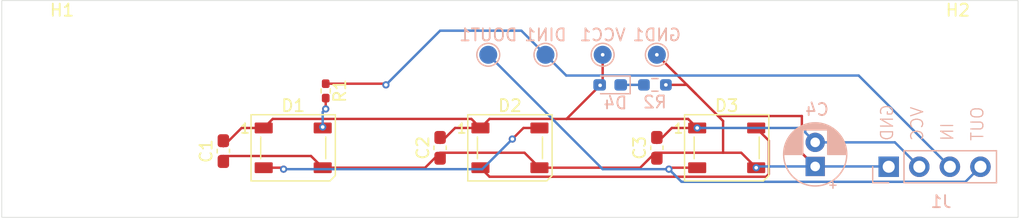
<source format=kicad_pcb>
(kicad_pcb (version 20241229) (generator "pcbnew") (generator_version "9.0")
  (layers (0 "F.Cu" signal) (2 "B.Cu" signal) (13 "F.Paste" user) (15 "B.Paste" user) (5 "F.SilkS" user "F.Silkscreen") (7 "B.SilkS" user "B.Silkscreen") (1 "F.Mask" user) (3 "B.Mask" user) (25 "Edge.Cuts" user))
  (net 0 "")
  (net 1 "VCC")
  (net 2 "GND")
  (net 3 "Net-(D1-DOUT)")
  (net 4 "Net-(D1-DIN)")
  (net 5 "Net-(D2-DOUT)")
  (net 6 "DOUT")
  (net 7 "DIN")
  (net 8 "Net-(D4-K)")
  (footprint "LED_SMD:LED_WS2812B_PLCC4_5.0x5.0mm_P3.2mm" (layer "F.Cu") (at 165.3 106.229)
    (property "Reference" "D3" (at 0 -3.5 0) (layer "F.SilkS"))
    (property "Value" "WS2812B")
    (fp_line (start -3.5 -2.75) (end -3.5 2.75) (stroke (width 0.12)) (layer "F.SilkS"))
    (fp_line (start -3.5 -2.75) (end 3.5 -2.75) (stroke (width 0.12)) (layer "F.SilkS"))
    (fp_line (start -3.5 2.75) (end 3.05 2.75) (stroke (width 0.12)) (layer "F.SilkS"))
    (fp_line (start -2.7 0.9) (end -2.7 -0.9) (stroke (width 0.12)) (layer "F.SilkS"))
    (fp_line (start 2.7 0.9) (end 2.7 -0.9) (stroke (width 0.12)) (layer "F.SilkS"))
    (fp_line (start 3.05 2.75) (end 3.5 2.3) (stroke (width 0.12)) (layer "F.SilkS"))
    (fp_line (start 3.5 2.3) (end 3.5 -2.75) (stroke (width 0.12)) (layer "F.SilkS"))
    (fp_text user "1" (at -4 -1.6 0) (layer "F.SilkS") (effects (font (size 0.8 0.8))))
    (pad "1" smd roundrect (at -2.45 -1.65) (size 1.5 0.9) (layers "F.Cu" "F.Mask" "F.Paste") (roundrect_rratio 0.1) (net 1 "VCC"))
    (pad "2" smd roundrect (at -2.45 1.65) (size 1.5 0.9) (layers "F.Cu" "F.Mask" "F.Paste") (roundrect_rratio 0.1) (net 6 "DOUT"))
    (pad "3" smd roundrect (at 2.45 1.65) (size 1.5 0.9) (layers "F.Cu" "F.Mask" "F.Paste") (roundrect_rratio 0.1) (net 2 "GND"))
    (pad "4" smd roundrect (at 2.45 -1.65) (size 1.5 0.9) (layers "F.Cu" "F.Mask" "F.Paste") (roundrect_rratio 0.1) (net 5 "Net-(D2-DOUT)"))
  )
  (footprint "Resistor_SMD:R_0402_1005Metric_Pad0.72x0.64mm_HandSolder" (layer "F.Cu") (at 132 101.5 -90)
    (property "Reference" "R1" (at 0 -1.17 90) (layer "F.SilkS"))
    (property "Value" "33")
    (fp_line (start -0.167621 0.38) (end 0.167621 0.38) (stroke (width 0.12)) (layer "F.SilkS"))
    (fp_line (start -0.167621 -0.38) (end 0.167621 -0.38) (stroke (width 0.12)) (layer "F.SilkS"))
    (pad "1" smd roundrect (at -0.5975 0 270) (size 0.715 0.64) (layers "F.Cu" "F.Mask" "F.Paste") (net 7 "DIN"))
    (pad "2" smd roundrect (at 0.5975 0 270) (size 0.715 0.64) (layers "F.Cu" "F.Mask" "F.Paste") (net 4 "Net-(D1-DIN)"))
  )
  (footprint "LED_SMD:LED_WS2812B_PLCC4_5.0x5.0mm_P3.2mm" (layer "F.Cu") (at 129.3 106.229)
    (property "Reference" "D1" (at 0 -3.5 0) (layer "F.SilkS"))
    (property "Value" "WS2812B")
    (fp_line (start -3.5 -2.75) (end -3.5 2.75) (stroke (width 0.12)) (layer "F.SilkS"))
    (fp_line (start -3.5 -2.75) (end 3.5 -2.75) (stroke (width 0.12)) (layer "F.SilkS"))
    (fp_line (start -3.5 2.75) (end 3.05 2.75) (stroke (width 0.12)) (layer "F.SilkS"))
    (fp_line (start -2.7 0.9) (end -2.7 -0.9) (stroke (width 0.12)) (layer "F.SilkS"))
    (fp_line (start 2.7 0.9) (end 2.7 -0.9) (stroke (width 0.12)) (layer "F.SilkS"))
    (fp_line (start 3.05 2.75) (end 3.5 2.3) (stroke (width 0.12)) (layer "F.SilkS"))
    (fp_line (start 3.5 2.3) (end 3.5 -2.75) (stroke (width 0.12)) (layer "F.SilkS"))
    (fp_text user "1" (at -4 -1.6 0) (layer "F.SilkS") (effects (font (size 0.8 0.8))))
    (pad "1" smd roundrect (at -2.45 -1.65) (size 1.5 0.9) (layers "F.Cu" "F.Mask" "F.Paste") (roundrect_rratio 0.1) (net 1 "VCC"))
    (pad "2" smd roundrect (at -2.45 1.65) (size 1.5 0.9) (layers "F.Cu" "F.Mask" "F.Paste") (roundrect_rratio 0.1) (net 3 "Net-(D1-DOUT)"))
    (pad "3" smd roundrect (at 2.45 1.65) (size 1.5 0.9) (layers "F.Cu" "F.Mask" "F.Paste") (roundrect_rratio 0.1) (net 2 "GND"))
    (pad "4" smd roundrect (at 2.45 -1.65) (size 1.5 0.9) (layers "F.Cu" "F.Mask" "F.Paste") (roundrect_rratio 0.1) (net 4 "Net-(D1-DIN)"))
  )
  (footprint "LED_SMD:LED_WS2812B_PLCC4_5.0x5.0mm_P3.2mm" (layer "F.Cu") (at 147.3 106.229)
    (property "Reference" "D2" (at 0 -3.5 0) (layer "F.SilkS"))
    (property "Value" "WS2812B")
    (fp_line (start -3.5 -2.75) (end -3.5 2.75) (stroke (width 0.12)) (layer "F.SilkS"))
    (fp_line (start -3.5 -2.75) (end 3.5 -2.75) (stroke (width 0.12)) (layer "F.SilkS"))
    (fp_line (start -3.5 2.75) (end 3.05 2.75) (stroke (width 0.12)) (layer "F.SilkS"))
    (fp_line (start -2.7 0.9) (end -2.7 -0.9) (stroke (width 0.12)) (layer "F.SilkS"))
    (fp_line (start 2.7 0.9) (end 2.7 -0.9) (stroke (width 0.12)) (layer "F.SilkS"))
    (fp_line (start 3.05 2.75) (end 3.5 2.3) (stroke (width 0.12)) (layer "F.SilkS"))
    (fp_line (start 3.5 2.3) (end 3.5 -2.75) (stroke (width 0.12)) (layer "F.SilkS"))
    (fp_text user "1" (at -4 -1.6 0) (layer "F.SilkS") (effects (font (size 0.8 0.8))))
    (pad "1" smd roundrect (at -2.45 -1.65) (size 1.5 0.9) (layers "F.Cu" "F.Mask" "F.Paste") (roundrect_rratio 0.1) (net 1 "VCC"))
    (pad "2" smd roundrect (at -2.45 1.65) (size 1.5 0.9) (layers "F.Cu" "F.Mask" "F.Paste") (roundrect_rratio 0.1) (net 5 "Net-(D2-DOUT)"))
    (pad "3" smd roundrect (at 2.45 1.65) (size 1.5 0.9) (layers "F.Cu" "F.Mask" "F.Paste") (roundrect_rratio 0.1) (net 2 "GND"))
    (pad "4" smd roundrect (at 2.45 -1.65) (size 1.5 0.9) (layers "F.Cu" "F.Mask" "F.Paste") (roundrect_rratio 0.1) (net 3 "Net-(D1-DOUT)"))
  )
  (footprint "MountingHole:MountingHole_3.2mm_M3" (layer "F.Cu") (at 184.5 99)
    (property "Reference" "H2" (at 0 -4.2 0) (layer "F.SilkS"))
    (property "Value" "MountingHole")
    (pad "" np_thru_hole circle (at 0 0) (size 3.2 3.2) (drill 3.2) (layers "*.Cu" "*.Mask"))
  )
  (footprint "MountingHole:MountingHole_3.2mm_M3" (layer "F.Cu") (at 110.1 99)
    (property "Reference" "H1" (at 0 -4.2 0) (layer "F.SilkS"))
    (property "Value" "MountingHole")
    (pad "" np_thru_hole circle (at 0 0) (size 3.2 3.2) (drill 3.2) (layers "*.Cu" "*.Mask"))
  )
  (footprint "Capacitor_SMD:C_0603_1608Metric_Pad1.08x0.95mm_HandSolder" (layer "F.Cu") (at 141.5 106.229 90)
    (property "Reference" "C2" (at 0 -1.43 90) (layer "F.SilkS"))
    (property "Value" "0.1u")
    (fp_line (start -0.146267 -0.51) (end 0.146267 -0.51) (stroke (width 0.12)) (layer "F.SilkS"))
    (fp_line (start -0.146267 0.51) (end 0.146267 0.51) (stroke (width 0.12)) (layer "F.SilkS"))
    (pad "1" smd roundrect (at -0.8625 0 90) (size 1.075 0.95) (layers "F.Cu" "F.Mask" "F.Paste") (net 2 "GND"))
    (pad "2" smd roundrect (at 0.8625 0 90) (size 1.075 0.95) (layers "F.Cu" "F.Mask" "F.Paste") (net 1 "VCC"))
  )
  (footprint "Capacitor_SMD:C_0603_1608Metric_Pad1.08x0.95mm_HandSolder" (layer "F.Cu") (at 159.5 106.229 90)
    (property "Reference" "C3" (at 0 -1.43 90) (layer "F.SilkS"))
    (property "Value" "0.1u")
    (fp_line (start -0.146267 -0.51) (end 0.146267 -0.51) (stroke (width 0.12)) (layer "F.SilkS"))
    (fp_line (start -0.146267 0.51) (end 0.146267 0.51) (stroke (width 0.12)) (layer "F.SilkS"))
    (pad "1" smd roundrect (at -0.8625 0 90) (size 1.075 0.95) (layers "F.Cu" "F.Mask" "F.Paste") (net 2 "GND"))
    (pad "2" smd roundrect (at 0.8625 0 90) (size 1.075 0.95) (layers "F.Cu" "F.Mask" "F.Paste") (net 1 "VCC"))
  )
  (footprint "Capacitor_SMD:C_0603_1608Metric_Pad1.08x0.95mm_HandSolder" (layer "F.Cu") (at 123.5 106.5 90)
    (property "Reference" "C1" (at 0 -1.43 90) (layer "F.SilkS"))
    (property "Value" "0.1u")
    (fp_line (start -0.146267 -0.51) (end 0.146267 -0.51) (stroke (width 0.12)) (layer "F.SilkS"))
    (fp_line (start -0.146267 0.51) (end 0.146267 0.51) (stroke (width 0.12)) (layer "F.SilkS"))
    (pad "1" smd roundrect (at -0.8625 0 90) (size 1.075 0.95) (layers "F.Cu" "F.Mask" "F.Paste") (net 2 "GND"))
    (pad "2" smd roundrect (at 0.8625 0 90) (size 1.075 0.95) (layers "F.Cu" "F.Mask" "F.Paste") (net 1 "VCC"))
  )
  (footprint "TestPoint:TestPoint_Pad_D1.5mm" (layer "B.Cu") (at 150.25 98.5 180)
    (property "Reference" "DIN1" (at 0 1.648 0) (layer "B.SilkS") (effects (justify mirror)))
    (property "Value" "TestPoint")
    (fp_circle (center 0 0) (end 0 -0.95) (stroke (width 0.12)) (fill no) (layer "B.SilkS"))
    (pad "1" smd circle (at 0 0 180) (size 1.5 1.5) (layers "B.Cu" "B.Mask") (net 7 "DIN"))
  )
  (footprint "TestPoint:TestPoint_Pad_D1.5mm" (layer "B.Cu") (at 159.5 98.5 180)
    (property "Reference" "GND1" (at 0 1.648 0) (layer "B.SilkS") (effects (justify mirror)))
    (property "Value" "TestPoint")
    (fp_circle (center 0 0) (end 0 -0.95) (stroke (width 0.12)) (fill no) (layer "B.SilkS"))
    (pad "1" smd circle (at 0 0 180) (size 1.5 1.5) (layers "B.Cu" "B.Mask") (net 2 "GND"))
  )
  (footprint "LED_SMD:LED_0603_1608Metric_Pad1.05x0.95mm_HandSolder" (layer "B.Cu") (at 155.625 101 180)
    (property "Reference" "D4" (at -0.43 -1.5 0) (layer "B.SilkS") (effects (justify mirror)))
    (property "Value" "LED")
    (fp_line (start 0.8 0.735) (end -1.66 0.735) (stroke (width 0.12)) (layer "B.SilkS"))
    (fp_line (start -1.66 0.735) (end -1.66 -0.735) (stroke (width 0.12)) (layer "B.SilkS"))
    (fp_line (start -1.66 -0.735) (end 0.8 -0.735) (stroke (width 0.12)) (layer "B.SilkS"))
    (pad "1" smd roundrect (at -0.875 0 180) (size 1.05 0.95) (layers "B.Cu" "B.Mask" "B.Paste") (net 8 "Net-(D4-K)"))
    (pad "2" smd roundrect (at 0.875 0 180) (size 1.05 0.95) (layers "B.Cu" "B.Mask" "B.Paste") (net 1 "VCC"))
  )
  (footprint "TestPoint:TestPoint_Pad_D1.5mm" (layer "B.Cu") (at 145.5 98.5 180)
    (property "Reference" "DOUT1" (at 0 1.648 0) (layer "B.SilkS") (effects (justify mirror)))
    (property "Value" "TestPoint")
    (fp_circle (center 0 0) (end 0 -0.95) (stroke (width 0.12)) (fill no) (layer "B.SilkS"))
    (pad "1" smd circle (at 0 0 180) (size 1.5 1.5) (layers "B.Cu" "B.Mask") (net 6 "DOUT"))
  )
  (footprint "Capacitor_THT:CP_Radial_D5.0mm_P2.00mm" (layer "B.Cu") (at 172.65 107.775 90)
    (property "Reference" "C4" (at 4.725 0.15 180) (layer "B.SilkS") (effects (justify mirror)))
    (property "Value" "47u")
    (fp_line (start 3.001 -1.04) (end 3.001 -1.653) (stroke (width 0.12)) (layer "B.SilkS"))
    (fp_line (start 2.961 -1.04) (end 2.961 -1.699) (stroke (width 0.12)) (layer "B.SilkS"))
    (fp_line (start 2.921 -1.04) (end 2.921 -1.743) (stroke (width 0.12)) (layer "B.SilkS"))
    (fp_line (start 2.881 -1.04) (end 2.881 -1.785) (stroke (width 0.12)) (layer "B.SilkS"))
    (fp_line (start 2.841 -1.04) (end 2.841 -1.826) (stroke (width 0.12)) (layer "B.SilkS"))
    (fp_line (start 2.801 -1.04) (end 2.801 -1.864) (stroke (width 0.12)) (layer "B.SilkS"))
    (fp_line (start 2.761 -1.04) (end 2.761 -1.901) (stroke (width 0.12)) (layer "B.SilkS"))
    (fp_line (start 2.721 -1.04) (end 2.721 -1.937) (stroke (width 0.12)) (layer "B.SilkS"))
    (fp_line (start 2.681 -1.04) (end 2.681 -1.971) (stroke (width 0.12)) (layer "B.SilkS"))
    (fp_line (start 2.641 -1.04) (end 2.641 -2.004) (stroke (width 0.12)) (layer "B.SilkS"))
    (fp_line (start 2.601 -1.04) (end 2.601 -2.035) (stroke (width 0.12)) (layer "B.SilkS"))
    (fp_line (start 2.561 -1.04) (end 2.561 -2.065) (stroke (width 0.12)) (layer "B.SilkS"))
    (fp_line (start 2.521 -1.04) (end 2.521 -2.095) (stroke (width 0.12)) (layer "B.SilkS"))
    (fp_line (start 2.481 -1.04) (end 2.481 -2.122) (stroke (width 0.12)) (layer "B.SilkS"))
    (fp_line (start 2.441 -1.04) (end 2.441 -2.149) (stroke (width 0.12)) (layer "B.SilkS"))
    (fp_line (start 2.401 -1.04) (end 2.401 -2.175) (stroke (width 0.12)) (layer "B.SilkS"))
    (fp_line (start 2.361 -1.04) (end 2.361 -2.2) (stroke (width 0.12)) (layer "B.SilkS"))
    (fp_line (start 2.321 -1.04) (end 2.321 -2.224) (stroke (width 0.12)) (layer "B.SilkS"))
    (fp_line (start 2.281 -1.04) (end 2.281 -2.247) (stroke (width 0.12)) (layer "B.SilkS"))
    (fp_line (start 2.241 -1.04) (end 2.241 -2.268) (stroke (width 0.12)) (layer "B.SilkS"))
    (fp_line (start 2.201 -1.04) (end 2.201 -2.29) (stroke (width 0.12)) (layer "B.SilkS"))
    (fp_line (start 2.161 -1.04) (end 2.161 -2.31) (stroke (width 0.12)) (layer "B.SilkS"))
    (fp_line (start 2.121 -1.04) (end 2.121 -2.329) (stroke (width 0.12)) (layer "B.SilkS"))
    (fp_line (start 2.081 -1.04) (end 2.081 -2.348) (stroke (width 0.12)) (layer "B.SilkS"))
    (fp_line (start 2.041 -1.04) (end 2.041 -2.365) (stroke (width 0.12)) (layer "B.SilkS"))
    (fp_line (start 2.001 -1.04) (end 2.001 -2.382) (stroke (width 0.12)) (layer "B.SilkS"))
    (fp_line (start 1.961 -1.04) (end 1.961 -2.398) (stroke (width 0.12)) (layer "B.SilkS"))
    (fp_line (start 1.921 -1.04) (end 1.921 -2.414) (stroke (width 0.12)) (layer "B.SilkS"))
    (fp_line (start 1.881 -1.04) (end 1.881 -2.428) (stroke (width 0.12)) (layer "B.SilkS"))
    (fp_line (start 1.841 -1.04) (end 1.841 -2.442) (stroke (width 0.12)) (layer "B.SilkS"))
    (fp_line (start 1.801 -1.04) (end 1.801 -2.455) (stroke (width 0.12)) (layer "B.SilkS"))
    (fp_line (start 1.761 -1.04) (end 1.761 -2.468) (stroke (width 0.12)) (layer "B.SilkS"))
    (fp_line (start 1.721 -1.04) (end 1.721 -2.48) (stroke (width 0.12)) (layer "B.SilkS"))
    (fp_line (start 1.68 -1.04) (end 1.68 -2.491) (stroke (width 0.12)) (layer "B.SilkS"))
    (fp_line (start 1.64 -1.04) (end 1.64 -2.501) (stroke (width 0.12)) (layer "B.SilkS"))
    (fp_line (start 1.6 -1.04) (end 1.6 -2.511) (stroke (width 0.12)) (layer "B.SilkS"))
    (fp_line (start 1.56 -1.04) (end 1.56 -2.52) (stroke (width 0.12)) (layer "B.SilkS"))
    (fp_line (start 1.52 -1.04) (end 1.52 -2.528) (stroke (width 0.12)) (layer "B.SilkS"))
    (fp_line (start 1.48 -1.04) (end 1.48 -2.536) (stroke (width 0.12)) (layer "B.SilkS"))
    (fp_line (start 1.44 -1.04) (end 1.44 -2.543) (stroke (width 0.12)) (layer "B.SilkS"))
    (fp_line (start 1.4 -1.04) (end 1.4 -2.55) (stroke (width 0.12)) (layer "B.SilkS"))
    (fp_line (start 1.36 -1.04) (end 1.36 -2.556) (stroke (width 0.12)) (layer "B.SilkS"))
    (fp_line (start 1.32 -1.04) (end 1.32 -2.561) (stroke (width 0.12)) (layer "B.SilkS"))
    (fp_line (start 1.28 -1.04) (end 1.28 -2.565) (stroke (width 0.12)) (layer "B.SilkS"))
    (fp_line (start 1.24 -1.04) (end 1.24 -2.569) (stroke (width 0.12)) (layer "B.SilkS"))
    (fp_line (start 1.2 -1.04) (end 1.2 -2.573) (stroke (width 0.12)) (layer "B.SilkS"))
    (fp_line (start 1.16 -1.04) (end 1.16 -2.576) (stroke (width 0.12)) (layer "B.SilkS"))
    (fp_line (start 1.12 -1.04) (end 1.12 -2.578) (stroke (width 0.12)) (layer "B.SilkS"))
    (fp_line (start 1.08 -1.04) (end 1.08 -2.579) (stroke (width 0.12)) (layer "B.SilkS"))
    (fp_line (start 1.04 -1.04) (end 1.04 -2.58) (stroke (width 0.12)) (layer "B.SilkS"))
    (fp_line (start 1 -1.04) (end 1 -2.58) (stroke (width 0.12)) (layer "B.SilkS"))
    (fp_line (start 3.601 0.284) (end 3.601 -0.284) (stroke (width 0.12)) (layer "B.SilkS"))
    (fp_line (start 3.561 0.518) (end 3.561 -0.518) (stroke (width 0.12)) (layer "B.SilkS"))
    (fp_line (start 3.521 0.677) (end 3.521 -0.677) (stroke (width 0.12)) (layer "B.SilkS"))
    (fp_line (start 3.481 0.805) (end 3.481 -0.805) (stroke (width 0.12)) (layer "B.SilkS"))
    (fp_line (start 3.441 0.915) (end 3.441 -0.915) (stroke (width 0.12)) (layer "B.SilkS"))
    (fp_line (start 3.401 1.011) (end 3.401 -1.011) (stroke (width 0.12)) (layer "B.SilkS"))
    (fp_line (start 3.361 1.098) (end 3.361 -1.098) (stroke (width 0.12)) (layer "B.SilkS"))
    (fp_line (start 3.321 1.178) (end 3.321 -1.178) (stroke (width 0.12)) (layer "B.SilkS"))
    (fp_line (start 3.281 1.251) (end 3.281 -1.251) (stroke (width 0.12)) (layer "B.SilkS"))
    (fp_line (start 3.241 1.319) (end 3.241 -1.319) (stroke (width 0.12)) (layer "B.SilkS"))
    (fp_line (start 3.201 1.383) (end 3.201 -1.383) (stroke (width 0.12)) (layer "B.SilkS"))
    (fp_line (start 3.161 1.443) (end 3.161 -1.443) (stroke (width 0.12)) (layer "B.SilkS"))
    (fp_line (start -1.804775 1.475) (end -1.304775 1.475) (stroke (width 0.12)) (layer "B.SilkS"))
    (fp_line (start 3.121 1.5) (end 3.121 -1.5) (stroke (width 0.12)) (layer "B.SilkS"))
    (fp_line (start 3.081 1.554) (end 3.081 -1.554) (stroke (width 0.12)) (layer "B.SilkS"))
    (fp_line (start 3.041 1.605) (end 3.041 -1.605) (stroke (width 0.12)) (layer "B.SilkS"))
    (fp_line (start 3.001 1.653) (end 3.001 1.04) (stroke (width 0.12)) (layer "B.SilkS"))
    (fp_line (start 2.961 1.699) (end 2.961 1.04) (stroke (width 0.12)) (layer "B.SilkS"))
    (fp_line (start -1.554775 1.725) (end -1.554775 1.225) (stroke (width 0.12)) (layer "B.SilkS"))
    (fp_line (start 2.921 1.743) (end 2.921 1.04) (stroke (width 0.12)) (layer "B.SilkS"))
    (fp_line (start 2.881 1.785) (end 2.881 1.04) (stroke (width 0.12)) (layer "B.SilkS"))
    (fp_line (start 2.841 1.826) (end 2.841 1.04) (stroke (width 0.12)) (layer "B.SilkS"))
    (fp_line (start 2.801 1.864) (end 2.801 1.04) (stroke (width 0.12)) (layer "B.SilkS"))
    (fp_line (start 2.761 1.901) (end 2.761 1.04) (stroke (width 0.12)) (layer "B.SilkS"))
    (fp_line (start 2.721 1.937) (end 2.721 1.04) (stroke (width 0.12)) (layer "B.SilkS"))
    (fp_line (start 2.681 1.971) (end 2.681 1.04) (stroke (width 0.12)) (layer "B.SilkS"))
    (fp_line (start 2.641 2.004) (end 2.641 1.04) (stroke (width 0.12)) (layer "B.SilkS"))
    (fp_line (start 2.601 2.035) (end 2.601 1.04) (stroke (width 0.12)) (layer "B.SilkS"))
    (fp_line (start 2.561 2.065) (end 2.561 1.04) (stroke (width 0.12)) (layer "B.SilkS"))
    (fp_line (start 2.521 2.095) (end 2.521 1.04) (stroke (width 0.12)) (layer "B.SilkS"))
    (fp_line (start 2.481 2.122) (end 2.481 1.04) (stroke (width 0.12)) (layer "B.SilkS"))
    (fp_line (start 2.441 2.149) (end 2.441 1.04) (stroke (width 0.12)) (layer "B.SilkS"))
    (fp_line (start 2.401 2.175) (end 2.401 1.04) (stroke (width 0.12)) (layer "B.SilkS"))
    (fp_line (start 2.361 2.2) (end 2.361 1.04) (stroke (width 0.12)) (layer "B.SilkS"))
    (fp_line (start 2.321 2.224) (end 2.321 1.04) (stroke (width 0.12)) (layer "B.SilkS"))
    (fp_line (start 2.281 2.247) (end 2.281 1.04) (stroke (width 0.12)) (layer "B.SilkS"))
    (fp_line (start 2.241 2.268) (end 2.241 1.04) (stroke (width 0.12)) (layer "B.SilkS"))
    (fp_line (start 2.201 2.29) (end 2.201 1.04) (stroke (width 0.12)) (layer "B.SilkS"))
    (fp_line (start 2.161 2.31) (end 2.161 1.04) (stroke (width 0.12)) (layer "B.SilkS"))
    (fp_line (start 2.121 2.329) (end 2.121 1.04) (stroke (width 0.12)) (layer "B.SilkS"))
    (fp_line (start 2.081 2.348) (end 2.081 1.04) (stroke (width 0.12)) (layer "B.SilkS"))
    (fp_line (start 2.041 2.365) (end 2.041 1.04) (stroke (width 0.12)) (layer "B.SilkS"))
    (fp_line (start 2.001 2.382) (end 2.001 1.04) (stroke (width 0.12)) (layer "B.SilkS"))
    (fp_line (start 1.961 2.398) (end 1.961 1.04) (stroke (width 0.12)) (layer "B.SilkS"))
    (fp_line (start 1.921 2.414) (end 1.921 1.04) (stroke (width 0.12)) (layer "B.SilkS"))
    (fp_line (start 1.881 2.428) (end 1.881 1.04) (stroke (width 0.12)) (layer "B.SilkS"))
    (fp_line (start 1.841 2.442) (end 1.841 1.04) (stroke (width 0.12)) (layer "B.SilkS"))
    (fp_line (start 1.801 2.455) (end 1.801 1.04) (stroke (width 0.12)) (layer "B.SilkS"))
    (fp_line (start 1.761 2.468) (end 1.761 1.04) (stroke (width 0.12)) (layer "B.SilkS"))
    (fp_line (start 1.721 2.48) (end 1.721 1.04) (stroke (width 0.12)) (layer "B.SilkS"))
    (fp_line (start 1.68 2.491) (end 1.68 1.04) (stroke (width 0.12)) (layer "B.SilkS"))
    (fp_line (start 1.64 2.501) (end 1.64 1.04) (stroke (width 0.12)) (layer "B.SilkS"))
    (fp_line (start 1.6 2.511) (end 1.6 1.04) (stroke (width 0.12)) (layer "B.SilkS"))
    (fp_line (start 1.56 2.52) (end 1.56 1.04) (stroke (width 0.12)) (layer "B.SilkS"))
    (fp_line (start 1.52 2.528) (end 1.52 1.04) (stroke (width 0.12)) (layer "B.SilkS"))
    (fp_line (start 1.48 2.536) (end 1.48 1.04) (stroke (width 0.12)) (layer "B.SilkS"))
    (fp_line (start 1.44 2.543) (end 1.44 1.04) (stroke (width 0.12)) (layer "B.SilkS"))
    (fp_line (start 1.4 2.55) (end 1.4 1.04) (stroke (width 0.12)) (layer "B.SilkS"))
    (fp_line (start 1.36 2.556) (end 1.36 1.04) (stroke (width 0.12)) (layer "B.SilkS"))
    (fp_line (start 1.32 2.561) (end 1.32 1.04) (stroke (width 0.12)) (layer "B.SilkS"))
    (fp_line (start 1.28 2.565) (end 1.28 1.04) (stroke (width 0.12)) (layer "B.SilkS"))
    (fp_line (start 1.24 2.569) (end 1.24 1.04) (stroke (width 0.12)) (layer "B.SilkS"))
    (fp_line (start 1.2 2.573) (end 1.2 1.04) (stroke (width 0.12)) (layer "B.SilkS"))
    (fp_line (start 1.16 2.576) (end 1.16 1.04) (stroke (width 0.12)) (layer "B.SilkS"))
    (fp_line (start 1.12 2.578) (end 1.12 1.04) (stroke (width 0.12)) (layer "B.SilkS"))
    (fp_line (start 1.08 2.579) (end 1.08 1.04) (stroke (width 0.12)) (layer "B.SilkS"))
    (fp_line (start 1.04 2.58) (end 1.04 1.04) (stroke (width 0.12)) (layer "B.SilkS"))
    (fp_line (start 1 2.58) (end 1 1.04) (stroke (width 0.12)) (layer "B.SilkS"))
    (fp_circle (center 1 0) (end 3.62 0) (stroke (width 0.12)) (fill no) (layer "B.SilkS"))
    (pad "1" thru_hole rect (at 0 0 90) (size 1.6 1.6) (drill 0.8) (layers "*.Cu" "*.Mask") (net 2 "GND"))
    (pad "2" thru_hole circle (at 2 0 90) (size 1.6 1.6) (drill 0.8) (layers "*.Cu" "*.Mask") (net 1 "VCC"))
  )
  (footprint "Resistor_SMD:R_0603_1608Metric_Pad0.98x0.95mm_HandSolder" (layer "B.Cu") (at 159.3375 101)
    (property "Reference" "R2" (at 0 1.43 180) (layer "B.SilkS") (effects (justify mirror)))
    (property "Value" "1K")
    (fp_line (start -0.254724 -0.5225) (end 0.254724 -0.5225) (stroke (width 0.12)) (layer "B.SilkS"))
    (fp_line (start -0.254724 0.5225) (end 0.254724 0.5225) (stroke (width 0.12)) (layer "B.SilkS"))
    (pad "1" smd roundrect (at -0.9125 0) (size 0.975 0.95) (layers "B.Cu" "B.Mask" "B.Paste") (net 8 "Net-(D4-K)"))
    (pad "2" smd roundrect (at 0.9125 0) (size 0.975 0.95) (layers "B.Cu" "B.Mask" "B.Paste") (net 2 "GND"))
  )
  (footprint "Connector_PinSocket_2.54mm:PinSocket_1x04_P2.54mm_Vertical" (layer "B.Cu") (at 178.755 107.8 -90)
    (property "Reference" "J1" (at 2.9 -4.345 0) (layer "B.SilkS") (effects (justify mirror)))
    (property "Value" "Conn_01x04")
    (fp_line (start 0 1.33) (end 1.33 1.33) (stroke (width 0.12)) (layer "B.SilkS"))
    (fp_line (start 1.33 1.33) (end 1.33 0) (stroke (width 0.12)) (layer "B.SilkS"))
    (fp_line (start -1.33 -1.27) (end 1.33 -1.27) (stroke (width 0.12)) (layer "B.SilkS"))
    (fp_line (start -1.33 -1.27) (end -1.33 -8.95) (stroke (width 0.12)) (layer "B.SilkS"))
    (fp_line (start 1.33 -1.27) (end 1.33 -8.95) (stroke (width 0.12)) (layer "B.SilkS"))
    (fp_line (start -1.33 -8.95) (end 1.33 -8.95) (stroke (width 0.12)) (layer "B.SilkS"))
    (pad "1" thru_hole rect (at 0 0 270) (size 1.7 1.7) (drill 1) (layers "*.Cu" "*.Mask") (net 2 "GND"))
    (pad "2" thru_hole oval (at 0 -2.54 270) (size 1.7 1.7) (drill 1) (layers "*.Cu" "*.Mask") (net 1 "VCC"))
    (pad "3" thru_hole oval (at 0 -5.08 270) (size 1.7 1.7) (drill 1) (layers "*.Cu" "*.Mask") (net 7 "DIN"))
    (pad "4" thru_hole oval (at 0 -7.62 270) (size 1.7 1.7) (drill 1) (layers "*.Cu" "*.Mask") (net 6 "DOUT"))
  )
  (footprint "TestPoint:TestPoint_Pad_D1.5mm" (layer "B.Cu") (at 155 98.5 180)
    (property "Reference" "VCC1" (at 0 1.648 0) (layer "B.SilkS") (effects (justify mirror)))
    (property "Value" "TestPoint")
    (fp_circle (center 0 0) (end 0 -0.95) (stroke (width 0.12)) (fill no) (layer "B.SilkS"))
    (pad "1" smd circle (at 0 0 180) (size 1.5 1.5) (layers "B.Cu" "B.Mask") (net 1 "VCC"))
  )
  (gr_rect (start 105.1 94) (end 189.5 112) (stroke (width 0.05)) (fill no) (layer "Edge.Cuts"))
  (gr_text "OUT" (at 186.7 105.725 90) (layer "B.SilkS") (effects (font (size 1 1) (thickness 0.1)) (justify right bottom mirror)))
  (gr_text "IN" (at 184.2 105.725 90) (layer "B.SilkS") (effects (font (size 1 1) (thickness 0.1)) (justify right bottom mirror)))
  (gr_text "VCC" (at 181.7 105.725 90) (layer "B.SilkS") (effects (font (size 1 1) (thickness 0.1)) (justify right bottom mirror)))
  (gr_text "GND" (at 179.2 105.725 90) (layer "B.SilkS") (effects (font (size 1 1) (thickness 0.1)) (justify right bottom mirror)))
  (segment (start 152 103.828) (end 162.099 103.828) (width 0.2) (layer "F.Cu") (net 1))
  (segment (start 159.5 105.8215) (end 160.7425 104.579) (width 0.2) (layer "F.Cu") (net 1))
  (segment (start 142.7425 104.579) (end 144.85 104.579) (width 0.2) (layer "F.Cu") (net 1))
  (segment (start 144.85 104.579) (end 144.099 103.828) (width 0.2) (layer "F.Cu") (net 1))
  (segment (start 123.5 106.0925) (end 125.0135 104.579) (width 0.2) (layer "F.Cu") (net 1))
  (segment (start 155 98.5) (end 155 100.828) (width 0.2) (layer "F.Cu") (net 1))
  (segment (start 123.5 105.75) (end 123.5 105.5) (width 0.2) (layer "F.Cu") (net 1))
  (segment (start 125.0135 104.579) (end 126.85 104.579) (width 0.2) (layer "F.Cu") (net 1))
  (segment (start 160.7425 104.579) (end 162.85 104.579) (width 0.2) (layer "F.Cu") (net 1))
  (segment (start 127.601 103.828) (end 126.85 104.579) (width 0.2) (layer "F.Cu") (net 1))
  (segment (start 152 103.828) (end 154.789 101.039) (width 0.2) (layer "F.Cu") (net 1))
  (segment (start 144.85 104.579) (end 145.601 103.828) (width 0.2) (layer "F.Cu") (net 1))
  (segment (start 162.099 103.828) (end 162.85 104.579) (width 0.2) (layer "F.Cu") (net 1))
  (segment (start 141.5 105.8215) (end 142.7425 104.579) (width 0.2) (layer "F.Cu") (net 1))
  (segment (start 145.601 103.828) (end 152 103.828) (width 0.2) (layer "F.Cu") (net 1))
  (segment (start 144.099 103.828) (end 127.601 103.828) (width 0.2) (layer "F.Cu") (net 1))
  (segment (start 123.5 106.0925) (end 123.5 105.75) (width 0.2) (layer "F.Cu") (net 1))
  (segment (start 155 100.828) (end 154.789 101.039) (width 0.2) (layer "F.Cu") (net 1))
  (via (at 162.85 104.579) (size 0.6) (drill 0.3) (layers "F.Cu" "B.Cu") (net 1))
  (via (at 155 98.5) (size 0.6) (drill 0.3) (layers "F.Cu" "B.Cu") (net 1))
  (via (at 154.789 101.039) (size 0.6) (drill 0.3) (layers "F.Cu" "B.Cu") (net 1))
  (segment (start 179.27 105.775) (end 181.295 107.8) (width 0.2) (layer "B.Cu") (net 1))
  (segment (start 171.825 104.579) (end 162.85 104.579) (width 0.2) (layer "B.Cu") (net 1))
  (segment (start 171.825 104.95) (end 171.825 104.579) (width 0.2) (layer "B.Cu") (net 1))
  (segment (start 172.65 105.775) (end 171.825 104.95) (width 0.2) (layer "B.Cu") (net 1))
  (segment (start 172.65 105.775) (end 179.27 105.775) (width 0.2) (layer "B.Cu") (net 1))
  (segment (start 140.2575 107.879) (end 131.75 107.879) (width 0.2) (layer "F.Cu") (net 2))
  (segment (start 141.5 106.6365) (end 148.5075 106.6365) (width 0.2) (layer "F.Cu") (net 2))
  (segment (start 158.121 107.879) (end 149.75 107.879) (width 0.2) (layer "F.Cu") (net 2))
  (segment (start 160.25 101) (end 162 101) (width 0.2) (layer "F.Cu") (net 2))
  (segment (start 159.5 98.5) (end 162.75 101.75) (width 0.2) (layer "F.Cu") (net 2))
  (segment (start 131.75 107.879) (end 130.7785 106.9075) (width 0.2) (layer "F.Cu") (net 2))
  (segment (start 171.5425 103.5875) (end 164.5875 103.5875) (width 0.2) (layer "F.Cu") (net 2))
  (segment (start 171.5425 103.5875) (end 171.5425 106.6675) (width 0.2) (layer "F.Cu") (net 2))
  (segment (start 130.7785 106.9075) (end 123.5 106.9075) (width 0.2) (layer "F.Cu") (net 2))
  (segment (start 165 104) (end 165 106.6365) (width 0.2) (layer "F.Cu") (net 2))
  (segment (start 164.5875 103.5875) (end 165 104) (width 0.2) (layer "F.Cu") (net 2))
  (segment (start 159.5 106.6365) (end 165 106.6365) (width 0.2) (layer "F.Cu") (net 2))
  (segment (start 171.5425 106.6675) (end 172.65 107.775) (width 0.2) (layer "F.Cu") (net 2))
  (segment (start 162 101) (end 162.75 101.75) (width 0.2) (layer "F.Cu") (net 2))
  (segment (start 148.5075 106.6365) (end 149.75 107.879) (width 0.2) (layer "F.Cu") (net 2))
  (segment (start 123.5 106.9075) (end 123.300001 106.9075) (width 0.2) (layer "F.Cu") (net 2))
  (segment (start 166.5075 106.6365) (end 167.75 107.879) (width 0.2) (layer "F.Cu") (net 2))
  (segment (start 159.3635 106.6365) (end 158.121 107.879) (width 0.2) (layer "F.Cu") (net 2))
  (segment (start 162.75 101.75) (end 164.5875 103.5875) (width 0.2) (layer "F.Cu") (net 2))
  (segment (start 159.5 106.6365) (end 159.3635 106.6365) (width 0.2) (layer "F.Cu") (net 2))
  (segment (start 141.5 106.6365) (end 140.2575 107.879) (width 0.2) (layer "F.Cu") (net 2))
  (segment (start 165 106.6365) (end 166.5075 106.6365) (width 0.2) (layer "F.Cu") (net 2))
  (via (at 160.25 101) (size 0.6) (drill 0.3) (layers "F.Cu" "B.Cu") (net 2))
  (via (at 167.75 107.879) (size 0.6) (drill 0.3) (layers "F.Cu" "B.Cu") (net 2))
  (via (at 159.5 98.5) (size 0.6) (drill 0.3) (layers "F.Cu" "B.Cu") (net 2))
  (segment (start 167.854 107.775) (end 167.75 107.879) (width 0.2) (layer "B.Cu") (net 2))
  (segment (start 172.65 107.775) (end 167.854 107.775) (width 0.2) (layer "B.Cu") (net 2))
  (segment (start 178.73 107.775) (end 178.755 107.8) (width 0.2) (layer "B.Cu") (net 2))
  (segment (start 172.65 107.775) (end 178.73 107.775) (width 0.2) (layer "B.Cu") (net 2))
  (segment (start 148.421 104.579) (end 147.5 105.5) (width 0.2) (layer "F.Cu") (net 3))
  (segment (start 128.379 107.879) (end 128.5 108) (width 0.2) (layer "F.Cu") (net 3))
  (segment (start 149.75 104.579) (end 148.421 104.579) (width 0.2) (layer "F.Cu") (net 3))
  (segment (start 126.85 107.879) (end 128.379 107.879) (width 0.2) (layer "F.Cu") (net 3))
  (via (at 128.5 108) (size 0.6) (drill 0.3) (layers "F.Cu" "B.Cu") (net 3))
  (via (at 147.5 105.5) (size 0.6) (drill 0.3) (layers "F.Cu" "B.Cu") (net 3))
  (segment (start 145 108) (end 128.5 108) (width 0.2) (layer "B.Cu") (net 3))
  (segment (start 147.5 105.5) (end 145 108) (width 0.2) (layer "B.Cu") (net 3))
  (segment (start 131.75 104.5) (end 131.75 104.25) (width 0.2) (layer "F.Cu") (net 4))
  (segment (start 131.75 104.579) (end 131.75 104.5) (width 0.2) (layer "F.Cu") (net 4))
  (segment (start 131.75 104.25) (end 131.771 104.229) (width 0.2) (layer "F.Cu") (net 4))
  (segment (start 131.771 104.229) (end 132 104.229) (width 0.2) (layer "F.Cu") (net 4))
  (segment (start 132 103) (end 132 102.0975) (width 0.2) (layer "F.Cu") (net 4))
  (via (at 132 103) (size 0.6) (drill 0.3) (layers "F.Cu" "B.Cu") (net 4))
  (via (at 131.75 104.5) (size 0.6) (drill 0.3) (layers "F.Cu" "B.Cu") (net 4))
  (segment (start 131.75 104.5) (end 131.75 103.25) (width 0.2) (layer "B.Cu") (net 4))
  (segment (start 131.75 103.25) (end 132 103) (width 0.2) (layer "B.Cu") (net 4))
  (segment (start 145.601 108.63) (end 144.85 107.879) (width 0.2) (layer "F.Cu") (net 5))
  (segment (start 167.75 104.579) (end 168.801 105.63) (width 0.2) (layer "F.Cu") (net 5))
  (segment (start 168.801 105.63) (end 168.801 108.403452) (width 0.2) (layer "F.Cu") (net 5))
  (segment (start 168.801 108.403452) (end 168.574452 108.63) (width 0.2) (layer "F.Cu") (net 5))
  (segment (start 168.574452 108.63) (end 145.601 108.63) (width 0.2) (layer "F.Cu") (net 5))
  (segment (start 160.621 107.879) (end 160.5 108) (width 0.2) (layer "F.Cu") (net 6))
  (segment (start 162.85 107.879) (end 160.621 107.879) (width 0.2) (layer "F.Cu") (net 6))
  (via (at 160.5 108) (size 0.6) (drill 0.3) (layers "F.Cu" "B.Cu") (net 6))
  (segment (start 186.375 107.8) (end 185.124 109.051) (width 0.2) (layer "B.Cu") (net 6))
  (segment (start 161.551 109.051) (end 160.5 108) (width 0.2) (layer "B.Cu") (net 6))
  (segment (start 145.5 98.5) (end 155 108) (width 0.2) (layer "B.Cu") (net 6))
  (segment (start 155 108) (end 160.5 108) (width 0.2) (layer "B.Cu") (net 6))
  (segment (start 185.124 109.051) (end 161.551 109.051) (width 0.2) (layer "B.Cu") (net 6))
  (segment (start 136.9025 100.9025) (end 137 101) (width 0.2) (layer "F.Cu") (net 7))
  (segment (start 132 100.9025) (end 136.9025 100.9025) (width 0.2) (layer "F.Cu") (net 7))
  (via (at 137 101) (size 0.6) (drill 0.3) (layers "F.Cu" "B.Cu") (net 7))
  (segment (start 176.259 100.224) (end 151.974 100.224) (width 0.2) (layer "B.Cu") (net 7))
  (segment (start 151.974 100.224) (end 150.25 98.5) (width 0.2) (layer "B.Cu") (net 7))
  (segment (start 141.5 96.5) (end 148.25 96.5) (width 0.2) (layer "B.Cu") (net 7))
  (segment (start 148.25 96.5) (end 150.25 98.5) (width 0.2) (layer "B.Cu") (net 7))
  (segment (start 183.835 107.8) (end 176.259 100.224) (width 0.2) (layer "B.Cu") (net 7))
  (segment (start 137 101) (end 141.5 96.5) (width 0.2) (layer "B.Cu") (net 7))
  (segment (start 156.5 101) (end 158.425 101) (width 0.2) (layer "B.Cu") (net 8))
)
</source>
